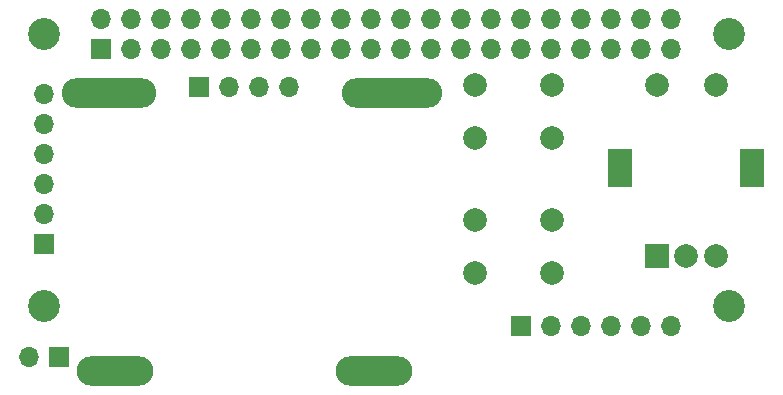
<source format=gts>
G04 #@! TF.GenerationSoftware,KiCad,Pcbnew,(6.0.4)*
G04 #@! TF.CreationDate,2022-12-13T21:19:27-06:00*
G04 #@! TF.ProjectId,ctrl_board,6374726c-5f62-46f6-9172-642e6b696361,rev?*
G04 #@! TF.SameCoordinates,Original*
G04 #@! TF.FileFunction,Soldermask,Top*
G04 #@! TF.FilePolarity,Negative*
%FSLAX46Y46*%
G04 Gerber Fmt 4.6, Leading zero omitted, Abs format (unit mm)*
G04 Created by KiCad (PCBNEW (6.0.4)) date 2022-12-13 21:19:27*
%MOMM*%
%LPD*%
G01*
G04 APERTURE LIST*
%ADD10R,1.700000X1.700000*%
%ADD11O,1.700000X1.700000*%
%ADD12O,6.500000X2.500000*%
%ADD13O,8.500000X2.500000*%
%ADD14O,8.000000X2.500000*%
%ADD15C,2.700000*%
%ADD16C,2.000000*%
%ADD17R,2.000000X2.000000*%
%ADD18R,2.000000X3.200000*%
G04 APERTURE END LIST*
D10*
X216690000Y-102000000D03*
D11*
X219230000Y-102000000D03*
X221770000Y-102000000D03*
X224310000Y-102000000D03*
D12*
X231500000Y-126000000D03*
D13*
X233000000Y-102500000D03*
D14*
X209000000Y-102500000D03*
D12*
X209500000Y-126000000D03*
D10*
X203500000Y-115270000D03*
D11*
X203500000Y-112730000D03*
X203500000Y-110190000D03*
X203500000Y-107650000D03*
X203500000Y-105110000D03*
X203500000Y-102570000D03*
D15*
X203500000Y-120500000D03*
D16*
X246500000Y-101800000D03*
X240000000Y-101800000D03*
X246500000Y-106300000D03*
X240000000Y-106300000D03*
X246500000Y-117700000D03*
X240000000Y-117700000D03*
X246500000Y-113200000D03*
X240000000Y-113200000D03*
D10*
X243950000Y-122200000D03*
D11*
X246490000Y-122200000D03*
X249030000Y-122200000D03*
X251570000Y-122200000D03*
X254110000Y-122200000D03*
X256650000Y-122200000D03*
D17*
X255400000Y-116300000D03*
D16*
X260400000Y-116300000D03*
X257900000Y-116300000D03*
D18*
X263500000Y-108800000D03*
X252300000Y-108800000D03*
D16*
X260400000Y-101800000D03*
X255400000Y-101800000D03*
D15*
X203500000Y-97500000D03*
X261500000Y-97500000D03*
X261500000Y-120500000D03*
D10*
X208370000Y-98770000D03*
D11*
X208370000Y-96230000D03*
X210910000Y-98770000D03*
X210910000Y-96230000D03*
X213450000Y-98770000D03*
X213450000Y-96230000D03*
X215990000Y-98770000D03*
X215990000Y-96230000D03*
X218530000Y-98770000D03*
X218530000Y-96230000D03*
X221070000Y-98770000D03*
X221070000Y-96230000D03*
X223610000Y-98770000D03*
X223610000Y-96230000D03*
X226150000Y-98770000D03*
X226150000Y-96230000D03*
X228690000Y-98770000D03*
X228690000Y-96230000D03*
X231230000Y-98770000D03*
X231230000Y-96230000D03*
X233770000Y-98770000D03*
X233770000Y-96230000D03*
X236310000Y-98770000D03*
X236310000Y-96230000D03*
X238850000Y-98770000D03*
X238850000Y-96230000D03*
X241390000Y-98770000D03*
X241390000Y-96230000D03*
X243930000Y-98770000D03*
X243930000Y-96230000D03*
X246470000Y-98770000D03*
X246470000Y-96230000D03*
X249010000Y-98770000D03*
X249010000Y-96230000D03*
X251550000Y-98770000D03*
X251550000Y-96230000D03*
X254090000Y-98770000D03*
X254090000Y-96230000D03*
X256630000Y-98770000D03*
X256630000Y-96230000D03*
D10*
X204770000Y-124800000D03*
D11*
X202230000Y-124800000D03*
M02*

</source>
